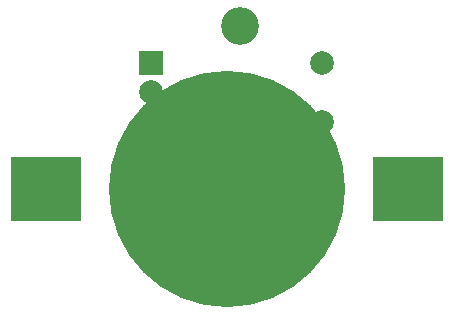
<source format=gbr>
%TF.GenerationSoftware,KiCad,Pcbnew,8.0.8*%
%TF.CreationDate,2025-01-22T11:30:49-06:00*%
%TF.ProjectId,B-Sides 2025,422d5369-6465-4732-9032-3032352e6b69,rev?*%
%TF.SameCoordinates,Original*%
%TF.FileFunction,Soldermask,Bot*%
%TF.FilePolarity,Negative*%
%FSLAX46Y46*%
G04 Gerber Fmt 4.6, Leading zero omitted, Abs format (unit mm)*
G04 Created by KiCad (PCBNEW 8.0.8) date 2025-01-22 11:30:49*
%MOMM*%
%LPD*%
G01*
G04 APERTURE LIST*
%ADD10R,2.000000X2.000000*%
%ADD11C,2.000000*%
%ADD12C,3.200000*%
%ADD13R,6.000000X5.500000*%
%ADD14C,20.000000*%
G04 APERTURE END LIST*
D10*
%TO.C,SW1*%
X153530000Y-76350000D03*
D11*
X153530000Y-81350000D03*
X153530000Y-78850000D03*
D12*
X161030000Y-73250000D03*
X161030000Y-84450000D03*
D11*
X168030000Y-81350000D03*
X168030000Y-76350000D03*
%TD*%
D13*
%TO.C,BT1*%
X175250000Y-87070000D03*
X144650000Y-87070000D03*
D14*
X159950000Y-87070000D03*
%TD*%
M02*

</source>
